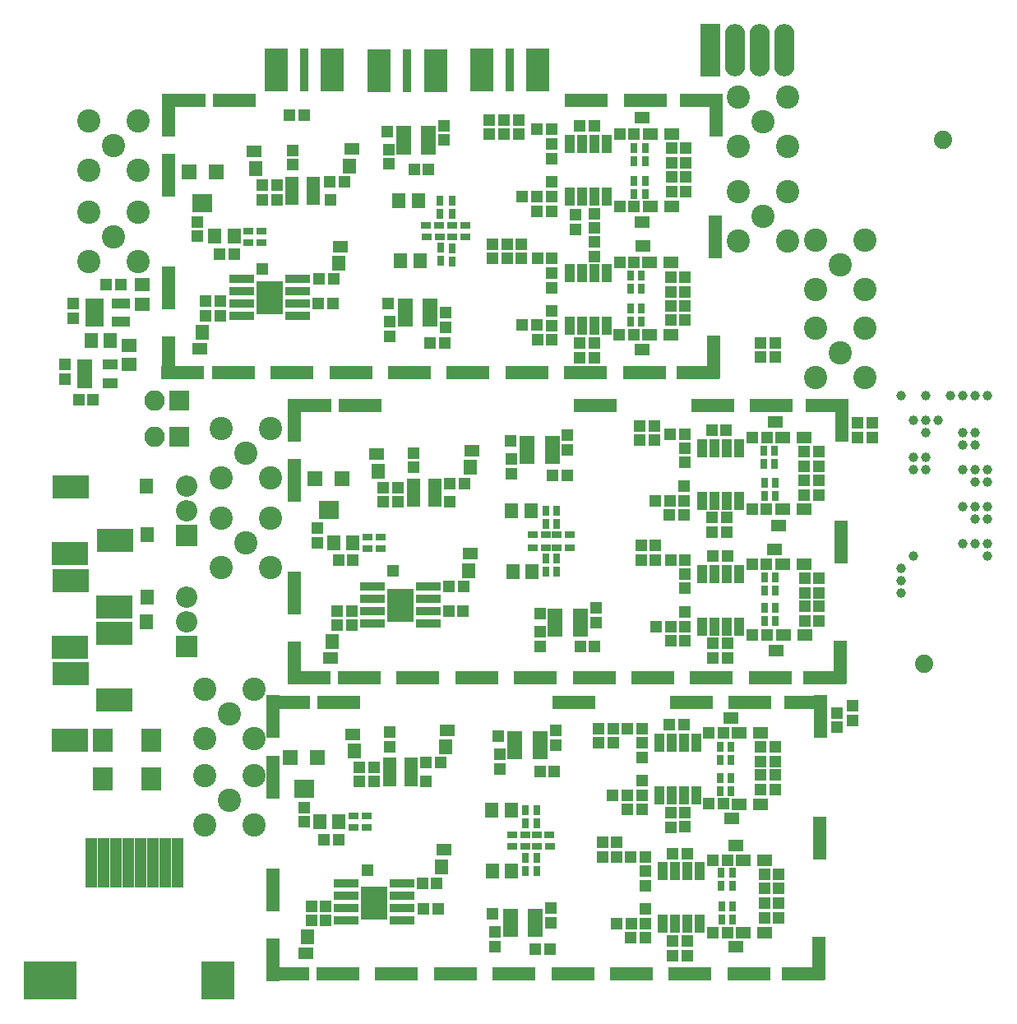
<source format=gbr>
G04 #@! TF.GenerationSoftware,KiCad,Pcbnew,(5.1.5-0-10_14)*
G04 #@! TF.CreationDate,2021-03-04T08:39:19-05:00*
G04 #@! TF.ProjectId,FEA,4645412e-6b69-4636-9164-5f7063625858,rev?*
G04 #@! TF.SameCoordinates,Original*
G04 #@! TF.FileFunction,Soldermask,Top*
G04 #@! TF.FilePolarity,Negative*
%FSLAX46Y46*%
G04 Gerber Fmt 4.6, Leading zero omitted, Abs format (unit mm)*
G04 Created by KiCad (PCBNEW (5.1.5-0-10_14)) date 2021-03-04 08:39:19*
%MOMM*%
%LPD*%
G04 APERTURE LIST*
%ADD10R,1.000000X1.950000*%
%ADD11R,1.460000X1.050000*%
%ADD12R,2.200000X2.200000*%
%ADD13O,2.200000X2.200000*%
%ADD14R,4.440000X1.400000*%
%ADD15R,1.400000X4.440000*%
%ADD16R,0.800000X1.060000*%
%ADD17C,1.880000*%
%ADD18C,1.000000*%
%ADD19O,2.100000X2.100000*%
%ADD20R,2.100000X2.100000*%
%ADD21R,2.000000X2.400000*%
%ADD22C,2.400000*%
%ADD23R,2.400000X4.400000*%
%ADD24R,0.850000X4.400000*%
%ADD25R,1.150000X1.200000*%
%ADD26R,1.200000X1.150000*%
%ADD27R,1.200000X1.200000*%
%ADD28R,1.620000X1.050000*%
%ADD29R,2.100000X5.400000*%
%ADD30O,2.100000X5.400000*%
%ADD31R,1.160000X5.150000*%
%ADD32R,3.400000X3.900000*%
%ADD33R,5.400000X3.900000*%
%ADD34R,1.650000X1.400000*%
%ADD35R,1.400000X1.650000*%
%ADD36R,1.960000X1.050000*%
%ADD37R,1.500000X1.000000*%
%ADD38R,3.790000X2.360000*%
%ADD39R,1.060000X0.800000*%
%ADD40R,1.600000X1.300000*%
%ADD41R,1.600000X1.600000*%
%ADD42R,2.000000X1.900000*%
%ADD43R,2.600000X0.900000*%
%ADD44R,2.800000X3.500000*%
G04 APERTURE END LIST*
D10*
X74445000Y-100550000D03*
X74445000Y-105950000D03*
X75715000Y-100550000D03*
X75715000Y-105950000D03*
X76985000Y-100550000D03*
X76985000Y-105950000D03*
X78255000Y-100550000D03*
X78255000Y-105950000D03*
D11*
X48100000Y-105350000D03*
X48100000Y-104400000D03*
X48100000Y-106300000D03*
X45900000Y-106300000D03*
X45900000Y-105350000D03*
X45900000Y-104400000D03*
D12*
X35000000Y-152250000D03*
D13*
X35000000Y-149710000D03*
X35000000Y-147170000D03*
X35000000Y-135770000D03*
X35000000Y-138310000D03*
D12*
X35000000Y-140850000D03*
D14*
X82140000Y-124045000D03*
X76095000Y-124045000D03*
X70050000Y-124045000D03*
X64005000Y-124045000D03*
X57960000Y-124045000D03*
X51915000Y-124045000D03*
X45870000Y-124045000D03*
X39825000Y-124045000D03*
X82240000Y-96075000D03*
X76195000Y-96075000D03*
D15*
X33125000Y-115375000D03*
X89475000Y-110075000D03*
D14*
X88025000Y-96075000D03*
D15*
X89525000Y-97575000D03*
D14*
X87725000Y-124075000D03*
D15*
X89325000Y-122475000D03*
X33125000Y-122575000D03*
D14*
X34625000Y-124075000D03*
X34725000Y-96075000D03*
D15*
X33125000Y-97575000D03*
X33125000Y-103775000D03*
D14*
X39925000Y-96075000D03*
D16*
X61100000Y-107750000D03*
X61100000Y-106400000D03*
X62350000Y-106400000D03*
X62350000Y-107750000D03*
D17*
X110925000Y-154025000D03*
X112925000Y-100125000D03*
D18*
X117515000Y-126425000D03*
X116245000Y-126425000D03*
X114975000Y-126425000D03*
X113705000Y-126425000D03*
X111165000Y-126425000D03*
X108625000Y-126425000D03*
X112435000Y-128965000D03*
X111165000Y-128965000D03*
X109895000Y-128965000D03*
X116245000Y-130235000D03*
X114975000Y-130235000D03*
X111165000Y-130235000D03*
X116245000Y-131505000D03*
X114975000Y-131505000D03*
X111165000Y-132775000D03*
X109895000Y-132775000D03*
X117515000Y-134045000D03*
X116245000Y-134045000D03*
X114975000Y-134045000D03*
X111165000Y-134045000D03*
X109895000Y-134045000D03*
X117515000Y-135315000D03*
X116245000Y-135315000D03*
X117515000Y-137855000D03*
X116245000Y-137855000D03*
X114975000Y-137855000D03*
X117515000Y-139125000D03*
X116245000Y-139125000D03*
X117515000Y-141665000D03*
X116245000Y-141665000D03*
X114975000Y-141665000D03*
X117515000Y-142935000D03*
X109895000Y-142935000D03*
X108625000Y-144205000D03*
X108625000Y-145475000D03*
X108625000Y-146745000D03*
D19*
X31680000Y-127000000D03*
D20*
X34220000Y-127000000D03*
X34220000Y-130700000D03*
D19*
X31680000Y-130700000D03*
D21*
X26425000Y-161900000D03*
X26425000Y-165900000D03*
D22*
X27450000Y-110100000D03*
X29990000Y-107560000D03*
X24910000Y-107560000D03*
X24910000Y-112640000D03*
X29990000Y-112640000D03*
X27450000Y-100700000D03*
X29990000Y-98160000D03*
X24910000Y-98160000D03*
X24910000Y-103240000D03*
X29990000Y-103240000D03*
D23*
X60640000Y-92980000D03*
D24*
X57740000Y-92980000D03*
D23*
X54840000Y-92980000D03*
X44225000Y-92950000D03*
D24*
X47125000Y-92950000D03*
D23*
X50025000Y-92950000D03*
D25*
X69200000Y-98050000D03*
X69200000Y-99550000D03*
D26*
X45600000Y-97600000D03*
X47100000Y-97600000D03*
D27*
X23370000Y-118450000D03*
D25*
X23370000Y-116950000D03*
D22*
X43670000Y-144120000D03*
X38590000Y-144120000D03*
X38590000Y-139040000D03*
X43670000Y-139040000D03*
X41130000Y-141580000D03*
X41130000Y-132380000D03*
X43670000Y-129840000D03*
X38590000Y-129840000D03*
X38590000Y-134920000D03*
X43670000Y-134920000D03*
X39395000Y-168125000D03*
X41935000Y-165585000D03*
X36855000Y-165585000D03*
X36855000Y-170665000D03*
X41935000Y-170665000D03*
X41935000Y-161715000D03*
X36855000Y-161715000D03*
X36855000Y-156635000D03*
X41935000Y-156635000D03*
X39395000Y-159175000D03*
X94410000Y-98230000D03*
X96950000Y-95690000D03*
X91870000Y-95690000D03*
X91870000Y-100770000D03*
X96950000Y-100770000D03*
X96930000Y-110510000D03*
X91850000Y-110510000D03*
X91850000Y-105430000D03*
X96930000Y-105430000D03*
X94390000Y-107970000D03*
X104910000Y-115540000D03*
X99830000Y-115540000D03*
X99830000Y-110460000D03*
X104910000Y-110460000D03*
X102370000Y-113000000D03*
X102320000Y-122050000D03*
X104860000Y-119510000D03*
X99780000Y-119510000D03*
X99780000Y-124590000D03*
X104860000Y-124590000D03*
D25*
X22525000Y-124745000D03*
X22525000Y-123245000D03*
D28*
X24515000Y-123250000D03*
X24515000Y-124200000D03*
X24515000Y-125150000D03*
X27135000Y-125150000D03*
X27135000Y-123250000D03*
D25*
X69450000Y-110850000D03*
X69450000Y-112350000D03*
D23*
X65400000Y-92950000D03*
D24*
X68300000Y-92950000D03*
D23*
X71200000Y-92950000D03*
D29*
X88920000Y-90900000D03*
D30*
X91460000Y-90900000D03*
X94000000Y-90900000D03*
X96540000Y-90900000D03*
D26*
X25400000Y-126850000D03*
X23900000Y-126850000D03*
D31*
X25195000Y-174525000D03*
X26465000Y-174525000D03*
X27735000Y-174525000D03*
X29005000Y-174525000D03*
X30275000Y-174525000D03*
X31545000Y-174525000D03*
X32815000Y-174525000D03*
X34085000Y-174525000D03*
D32*
X38245000Y-186625000D03*
D33*
X20995000Y-186675000D03*
D34*
X29120000Y-121250000D03*
X29120000Y-123250000D03*
X30470000Y-117050000D03*
X30470000Y-115050000D03*
D35*
X30900000Y-149700000D03*
X30950000Y-140800000D03*
X30950000Y-147200000D03*
X30900000Y-135800000D03*
D26*
X28220000Y-115000000D03*
X26720000Y-115000000D03*
D36*
X25570000Y-116950000D03*
X25570000Y-117900000D03*
X25570000Y-118850000D03*
X28270000Y-118850000D03*
X28270000Y-116950000D03*
D35*
X27170000Y-120800000D03*
X25170000Y-120800000D03*
D25*
X61700000Y-119400000D03*
X61700000Y-119400000D03*
X61700000Y-117900000D03*
X55900000Y-118850000D03*
X55900000Y-120350000D03*
X55900000Y-120350000D03*
X61550000Y-98650000D03*
X61550000Y-100150000D03*
X61550000Y-98650000D03*
X55850000Y-102600000D03*
X55850000Y-102600000D03*
X55850000Y-101100000D03*
D37*
X57500000Y-117900000D03*
X57500000Y-118850000D03*
X60100000Y-118850000D03*
X60100000Y-117900000D03*
X57500000Y-116950000D03*
X60100000Y-116950000D03*
X59950000Y-99200000D03*
X57350000Y-99200000D03*
X59950000Y-100150000D03*
X59950000Y-101100000D03*
X57350000Y-101100000D03*
X57350000Y-100150000D03*
D26*
X95650000Y-121000000D03*
X94150000Y-121000000D03*
X94150000Y-122500000D03*
X95650000Y-122500000D03*
D25*
X105600000Y-130750000D03*
X105600000Y-129250000D03*
X104100000Y-129250000D03*
X104100000Y-130750000D03*
X101950000Y-160600000D03*
X101950000Y-159100000D03*
X103600000Y-158400000D03*
X103600000Y-159900000D03*
D26*
X60100000Y-121000000D03*
X61600000Y-121000000D03*
X55750000Y-116950000D03*
X59950000Y-103150000D03*
X58450000Y-103150000D03*
X55700000Y-99250000D03*
D38*
X27550000Y-157750000D03*
X27600000Y-150900000D03*
X23000000Y-152350000D03*
X23050000Y-145500000D03*
X23050000Y-155050000D03*
X23000000Y-161900000D03*
X27650000Y-141350000D03*
X27600000Y-148200000D03*
X23050000Y-135850000D03*
X23000000Y-142700000D03*
D35*
X39900000Y-110050000D03*
X37900000Y-110050000D03*
X36600000Y-119900000D03*
X51750000Y-102800000D03*
D26*
X51250000Y-104450000D03*
X37000000Y-118250000D03*
X38500000Y-118250000D03*
X51250000Y-104450000D03*
X49750000Y-104450000D03*
X48650000Y-114450000D03*
X50150000Y-114450000D03*
X44300000Y-104800000D03*
X42800000Y-104800000D03*
X50150000Y-114450000D03*
X48650000Y-114450000D03*
X42800000Y-104800000D03*
D35*
X42100000Y-103100000D03*
X50650000Y-112850000D03*
D39*
X41400000Y-110700000D03*
X42750000Y-110700000D03*
X41400000Y-109550000D03*
X42750000Y-109550000D03*
D16*
X62350000Y-111300000D03*
X62350000Y-112650000D03*
X61200000Y-112600000D03*
X61200000Y-111250000D03*
D40*
X36400000Y-121600000D03*
X52000000Y-101050000D03*
X50850000Y-111100000D03*
X42000000Y-101300000D03*
D25*
X36100000Y-108550000D03*
X36100000Y-110050000D03*
D26*
X39900000Y-111850000D03*
X38400000Y-111850000D03*
X37000000Y-116750000D03*
X38500000Y-116750000D03*
X42800000Y-106300000D03*
X44300000Y-106300000D03*
D25*
X42850000Y-113400000D03*
D26*
X49800000Y-106300000D03*
X48600000Y-117000000D03*
X50100000Y-117000000D03*
D25*
X45950000Y-101200000D03*
X45950000Y-102700000D03*
D41*
X38050000Y-103380000D03*
X35250000Y-103380000D03*
D42*
X36650000Y-106620000D03*
D43*
X40725000Y-114450000D03*
X46475000Y-114450000D03*
X40725000Y-115720000D03*
X46475000Y-115720000D03*
X40725000Y-116990000D03*
X46475000Y-116990000D03*
X40725000Y-118260000D03*
X46475000Y-118260000D03*
D44*
X43600000Y-116400000D03*
D35*
X59050000Y-112600000D03*
X57050000Y-112600000D03*
D25*
X84950000Y-102500000D03*
X84950000Y-101000000D03*
X77000000Y-110600000D03*
X77000000Y-110600000D03*
X77000000Y-112100000D03*
X84900000Y-114250000D03*
X84900000Y-115750000D03*
X84950000Y-105450000D03*
X84950000Y-103950000D03*
X84900000Y-117200000D03*
X84900000Y-118700000D03*
X77000000Y-121050000D03*
X77000000Y-122550000D03*
X75500000Y-121050000D03*
X75500000Y-122550000D03*
D35*
X56900000Y-106400000D03*
X58900000Y-106400000D03*
D26*
X77000000Y-98650000D03*
X75500000Y-98650000D03*
D25*
X77000000Y-109200000D03*
X77000000Y-107700000D03*
X75100000Y-109350000D03*
X75100000Y-107850000D03*
D16*
X80700000Y-114100000D03*
X80700000Y-115450000D03*
X81800000Y-114100000D03*
X81800000Y-115450000D03*
X80700000Y-118850000D03*
X80700000Y-117500000D03*
X81800000Y-118850000D03*
X81800000Y-117500000D03*
X82300000Y-101000000D03*
X82300000Y-102350000D03*
X81100000Y-101000000D03*
X81100000Y-102350000D03*
X81100000Y-105700000D03*
X81100000Y-104350000D03*
X82250000Y-105700000D03*
X82250000Y-104350000D03*
D40*
X82750000Y-99500000D03*
X84950000Y-99500000D03*
X82000000Y-111050000D03*
X82700000Y-112750000D03*
X84900000Y-112750000D03*
X82750000Y-107000000D03*
X84950000Y-107000000D03*
X82700000Y-120200000D03*
X84900000Y-120200000D03*
X81900000Y-121700000D03*
X81950000Y-97800000D03*
X81900000Y-108550000D03*
D25*
X68000000Y-112350000D03*
X68000000Y-110850000D03*
X66550000Y-112350000D03*
X66550000Y-110850000D03*
X86450000Y-102500000D03*
X86450000Y-101000000D03*
D26*
X72650000Y-112350000D03*
X71150000Y-112350000D03*
D25*
X72650000Y-113850000D03*
X72650000Y-115350000D03*
D26*
X79600000Y-112750000D03*
X81100000Y-112750000D03*
D25*
X86350000Y-114250000D03*
X86350000Y-115750000D03*
X86450000Y-105450000D03*
X86450000Y-103950000D03*
D26*
X81050000Y-120200000D03*
X79550000Y-120200000D03*
D25*
X86350000Y-117200000D03*
X86350000Y-118700000D03*
X72650000Y-119250000D03*
X72650000Y-117750000D03*
D26*
X71150000Y-120700000D03*
X72650000Y-120700000D03*
X69600000Y-119150000D03*
X71100000Y-119150000D03*
D25*
X67700000Y-98050000D03*
X67700000Y-99550000D03*
X66150000Y-98050000D03*
X66150000Y-99550000D03*
D26*
X71100000Y-99000000D03*
X72600000Y-99000000D03*
D25*
X72600000Y-102050000D03*
X72600000Y-100550000D03*
D26*
X81100000Y-99500000D03*
X79600000Y-99500000D03*
X79600000Y-107000000D03*
X81100000Y-107000000D03*
D25*
X72600000Y-104450000D03*
X72600000Y-105950000D03*
D26*
X72600000Y-107450000D03*
X71100000Y-107450000D03*
X71100000Y-105950000D03*
X69600000Y-105950000D03*
D10*
X78255000Y-119250000D03*
X78255000Y-113850000D03*
X76985000Y-119250000D03*
X76985000Y-113850000D03*
X75715000Y-119250000D03*
X75715000Y-113850000D03*
X74445000Y-119250000D03*
X74445000Y-113850000D03*
D39*
X63700000Y-108950000D03*
X62350000Y-108950000D03*
X59700000Y-108950000D03*
X61050000Y-108950000D03*
X62350000Y-110150000D03*
X63700000Y-110150000D03*
X61100000Y-110150000D03*
X59750000Y-110150000D03*
D21*
X31350000Y-161900000D03*
X31350000Y-165900000D03*
D35*
X52150000Y-141600000D03*
X50150000Y-141600000D03*
X50000000Y-151750000D03*
X64200000Y-133800000D03*
D26*
X50500000Y-150100000D03*
X50500000Y-150100000D03*
X52000000Y-150100000D03*
X62150000Y-135500000D03*
X63650000Y-135500000D03*
X62050000Y-146100000D03*
X63550000Y-146100000D03*
X55250000Y-135900000D03*
X56750000Y-135900000D03*
D35*
X54750000Y-134250000D03*
X64050000Y-144450000D03*
X68600000Y-144600000D03*
X70600000Y-144600000D03*
X70500000Y-138300000D03*
X68500000Y-138300000D03*
D26*
X90600000Y-130000000D03*
X89100000Y-130000000D03*
X90600000Y-130000000D03*
D25*
X98600000Y-132250000D03*
X98600000Y-133750000D03*
D26*
X90700000Y-143000000D03*
X89200000Y-143000000D03*
D25*
X98650000Y-146750000D03*
X98650000Y-145250000D03*
X98600000Y-135200000D03*
X98600000Y-136700000D03*
X90650000Y-139000000D03*
X90650000Y-140500000D03*
X89150000Y-139000000D03*
X89150000Y-140500000D03*
X98650000Y-149650000D03*
X98650000Y-148150000D03*
X90700000Y-153450000D03*
X90700000Y-151950000D03*
X89200000Y-153450000D03*
X89200000Y-151950000D03*
X74250000Y-132050000D03*
X74250000Y-130550000D03*
X77150000Y-149800000D03*
X77150000Y-148300000D03*
X68500000Y-134500000D03*
X68500000Y-133000000D03*
X71400000Y-152250000D03*
X71400000Y-150750000D03*
D39*
X55000000Y-142200000D03*
X53650000Y-142200000D03*
X55000000Y-141000000D03*
X53650000Y-141000000D03*
X70650000Y-140800000D03*
X72000000Y-140800000D03*
D16*
X72000000Y-139650000D03*
X72000000Y-138300000D03*
D39*
X70650000Y-142100000D03*
X72000000Y-142100000D03*
D16*
X73150000Y-139650000D03*
X73150000Y-138300000D03*
X72000000Y-143250000D03*
X72000000Y-144600000D03*
D39*
X74500000Y-140800000D03*
X73150000Y-140800000D03*
D16*
X73150000Y-143250000D03*
X73150000Y-144600000D03*
D39*
X74500000Y-142100000D03*
X73150000Y-142100000D03*
D16*
X94450000Y-133450000D03*
X94450000Y-132100000D03*
X95550000Y-133450000D03*
X95550000Y-132100000D03*
X94500000Y-146500000D03*
X94500000Y-145150000D03*
X95650000Y-146500000D03*
X95650000Y-145150000D03*
X94500000Y-135450000D03*
X94500000Y-136800000D03*
X95650000Y-135450000D03*
X95650000Y-136800000D03*
X95650000Y-148300000D03*
X95650000Y-149650000D03*
X94500000Y-148300000D03*
X94500000Y-149650000D03*
D40*
X49800000Y-153500000D03*
X64400000Y-132100000D03*
X64250000Y-142700000D03*
X54550000Y-132500000D03*
X95600000Y-129200000D03*
X96400000Y-130750000D03*
X98600000Y-130750000D03*
X95550000Y-142300000D03*
X96400000Y-143800000D03*
X98600000Y-143800000D03*
X96400000Y-138150000D03*
X98600000Y-138150000D03*
X96000000Y-139850000D03*
X96450000Y-151100000D03*
X98650000Y-151100000D03*
X95750000Y-152700000D03*
D14*
X52900000Y-127500000D03*
D15*
X46100000Y-135200000D03*
X46100000Y-129000000D03*
D14*
X47700000Y-127500000D03*
X47600000Y-155500000D03*
D15*
X46100000Y-154000000D03*
X102300000Y-153900000D03*
D14*
X100700000Y-155500000D03*
D15*
X102500000Y-129000000D03*
D14*
X101000000Y-127500000D03*
D15*
X102450000Y-141500000D03*
X46100000Y-146800000D03*
D14*
X77080000Y-127500000D03*
X89170000Y-127500000D03*
X95215000Y-127500000D03*
X52800000Y-155470000D03*
X58845000Y-155470000D03*
X64890000Y-155470000D03*
X70935000Y-155470000D03*
X76980000Y-155470000D03*
X83025000Y-155470000D03*
X89070000Y-155470000D03*
X95115000Y-155470000D03*
D25*
X48500000Y-140100000D03*
X48500000Y-141600000D03*
D26*
X52150000Y-143350000D03*
X50650000Y-143350000D03*
X50500000Y-148650000D03*
X52000000Y-148650000D03*
X56750000Y-137400000D03*
X55250000Y-137400000D03*
D25*
X56300000Y-144500000D03*
D26*
X62150000Y-137400000D03*
X62000000Y-148650000D03*
X63500000Y-148650000D03*
D25*
X58400000Y-133850000D03*
X58400000Y-132350000D03*
X81700000Y-131050000D03*
X81700000Y-129550000D03*
X83200000Y-131050000D03*
X83200000Y-129550000D03*
D26*
X86300000Y-130400000D03*
X84800000Y-130400000D03*
D25*
X86300000Y-131850000D03*
X86300000Y-133350000D03*
X81800000Y-141850000D03*
X81800000Y-143350000D03*
X83250000Y-141850000D03*
X83250000Y-143350000D03*
D26*
X93300000Y-130750000D03*
X94800000Y-130750000D03*
D25*
X100100000Y-132250000D03*
X100100000Y-133750000D03*
D26*
X84850000Y-143350000D03*
X86350000Y-143350000D03*
D25*
X86350000Y-146300000D03*
X86350000Y-144800000D03*
D26*
X94750000Y-143800000D03*
X93250000Y-143800000D03*
D25*
X100100000Y-146750000D03*
X100100000Y-145250000D03*
D26*
X94750000Y-138150000D03*
X93250000Y-138150000D03*
D25*
X100100000Y-135200000D03*
X100100000Y-136700000D03*
X86250000Y-137250000D03*
X86250000Y-135750000D03*
D26*
X84750000Y-138700000D03*
X86250000Y-138700000D03*
X83300000Y-137250000D03*
X84800000Y-137250000D03*
X93300000Y-151100000D03*
X94800000Y-151100000D03*
D25*
X100100000Y-149650000D03*
X100100000Y-148150000D03*
X86350000Y-148700000D03*
X86350000Y-150200000D03*
D26*
X86350000Y-151650000D03*
X84850000Y-151650000D03*
X84900000Y-150200000D03*
X83400000Y-150200000D03*
X72700000Y-134700000D03*
X74200000Y-134700000D03*
X75550000Y-152300000D03*
X77050000Y-152300000D03*
X68350000Y-131100000D03*
X71450000Y-148850000D03*
D41*
X51050000Y-134960000D03*
X48250000Y-134960000D03*
D42*
X49650000Y-138200000D03*
D43*
X54175000Y-146100000D03*
X59925000Y-146100000D03*
X54175000Y-147370000D03*
X59925000Y-147370000D03*
X54175000Y-148640000D03*
X59925000Y-148640000D03*
X54175000Y-149910000D03*
X59925000Y-149910000D03*
D44*
X57050000Y-148050000D03*
D11*
X58400000Y-135500000D03*
X58400000Y-136450000D03*
X58400000Y-137400000D03*
X60600000Y-137400000D03*
X60600000Y-135500000D03*
X60600000Y-136450000D03*
D10*
X88095000Y-131850000D03*
X88095000Y-137250000D03*
X89365000Y-131850000D03*
X89365000Y-137250000D03*
X90635000Y-131850000D03*
X90635000Y-137250000D03*
X91905000Y-131850000D03*
X91905000Y-137250000D03*
X91955000Y-150200000D03*
X91955000Y-144800000D03*
X90685000Y-150200000D03*
X90685000Y-144800000D03*
X89415000Y-150200000D03*
X89415000Y-144800000D03*
X88145000Y-150200000D03*
X88145000Y-144800000D03*
D37*
X70100000Y-132050000D03*
X70100000Y-133000000D03*
X72700000Y-133000000D03*
X72700000Y-132050000D03*
X70100000Y-131100000D03*
X72700000Y-131100000D03*
X75550000Y-148850000D03*
X72950000Y-148850000D03*
X75550000Y-149800000D03*
X75550000Y-150750000D03*
X72950000Y-150750000D03*
X72950000Y-149800000D03*
D35*
X50700000Y-170350000D03*
X48700000Y-170350000D03*
X47500000Y-182150000D03*
X61700000Y-162600000D03*
D26*
X59700000Y-164250000D03*
X61200000Y-164250000D03*
X47850000Y-180500000D03*
X49350000Y-180500000D03*
X59700000Y-164250000D03*
X61200000Y-164250000D03*
X59300000Y-176650000D03*
X60800000Y-176650000D03*
X52800000Y-164700000D03*
X54300000Y-164700000D03*
X60800000Y-176650000D03*
X59300000Y-176650000D03*
D35*
X52300000Y-163050000D03*
X61300000Y-174950000D03*
X66500000Y-175350000D03*
X68500000Y-175350000D03*
X68450000Y-169150000D03*
X66450000Y-169150000D03*
D26*
X84750000Y-160350000D03*
X86250000Y-160350000D03*
D25*
X94150000Y-162600000D03*
X94150000Y-164100000D03*
D26*
X86600000Y-173600000D03*
X85100000Y-173600000D03*
D25*
X94550000Y-177200000D03*
X94550000Y-175700000D03*
X94150000Y-165500000D03*
X94150000Y-167000000D03*
X86300000Y-169350000D03*
X86300000Y-170850000D03*
X84850000Y-169400000D03*
X84850000Y-170900000D03*
X86300000Y-169350000D03*
X94550000Y-180200000D03*
X94550000Y-178700000D03*
X86550000Y-184100000D03*
X86550000Y-182600000D03*
X85050000Y-184100000D03*
X85050000Y-182600000D03*
X73000000Y-160950000D03*
X73000000Y-162450000D03*
X72550000Y-179200000D03*
X72550000Y-180700000D03*
X67250000Y-163400000D03*
X67250000Y-164900000D03*
X66800000Y-181650000D03*
X66800000Y-183150000D03*
D39*
X52200000Y-170900000D03*
X53550000Y-170900000D03*
X52200000Y-169700000D03*
X53550000Y-169700000D03*
X72400000Y-171700000D03*
X71050000Y-171700000D03*
D16*
X71050000Y-170500000D03*
X71050000Y-169150000D03*
D39*
X68550000Y-172850000D03*
X69900000Y-172850000D03*
D16*
X69900000Y-170500000D03*
X69900000Y-169150000D03*
X69900000Y-174000000D03*
X69900000Y-175350000D03*
D39*
X68550000Y-171700000D03*
X69900000Y-171700000D03*
D16*
X71100000Y-174000000D03*
X71100000Y-175350000D03*
D39*
X72450000Y-172850000D03*
X71100000Y-172850000D03*
D16*
X91100000Y-163950000D03*
X91100000Y-162600000D03*
X90000000Y-163950000D03*
X90000000Y-162600000D03*
X90050000Y-175550000D03*
X90050000Y-176900000D03*
X91200000Y-175550000D03*
X91200000Y-176900000D03*
X89950000Y-165800000D03*
X89950000Y-167150000D03*
X91050000Y-165800000D03*
X91050000Y-167150000D03*
X91250000Y-179000000D03*
X91250000Y-180350000D03*
X90150000Y-179000000D03*
X90150000Y-180350000D03*
D40*
X47300000Y-183850000D03*
X61850000Y-160900000D03*
X61500000Y-173200000D03*
X52100000Y-161300000D03*
X91100000Y-159650000D03*
X91900000Y-161150000D03*
X94100000Y-161150000D03*
X91600000Y-172750000D03*
X92350000Y-174250000D03*
X94550000Y-174250000D03*
X91950000Y-168500000D03*
X94150000Y-168500000D03*
X91150000Y-170000000D03*
X92300000Y-181700000D03*
X94500000Y-181700000D03*
X91550000Y-183200000D03*
D14*
X50700000Y-158000000D03*
D15*
X43900000Y-165700000D03*
X43900000Y-159500000D03*
D14*
X45500000Y-158000000D03*
X45400000Y-186000000D03*
D15*
X43900000Y-184500000D03*
X100100000Y-184400000D03*
D14*
X98500000Y-186000000D03*
D15*
X100300000Y-159500000D03*
D14*
X98800000Y-158000000D03*
D15*
X100250000Y-172000000D03*
X43900000Y-177300000D03*
D14*
X74880000Y-158000000D03*
X86970000Y-158000000D03*
X93015000Y-158000000D03*
X50600000Y-185970000D03*
X56645000Y-185970000D03*
X62690000Y-185970000D03*
X68735000Y-185970000D03*
X74780000Y-185970000D03*
X80825000Y-185970000D03*
X86870000Y-185970000D03*
X92915000Y-185970000D03*
D25*
X47100000Y-168850000D03*
X47100000Y-170350000D03*
D26*
X50650000Y-172150000D03*
X49150000Y-172150000D03*
X47850000Y-179000000D03*
X49350000Y-179000000D03*
X54300000Y-166150000D03*
X52800000Y-166150000D03*
D25*
X53650000Y-175300000D03*
D26*
X59650000Y-166150000D03*
X59400000Y-179250000D03*
X60900000Y-179250000D03*
D25*
X55900000Y-162600000D03*
X55900000Y-161100000D03*
X77450000Y-160700000D03*
X77450000Y-162200000D03*
X78950000Y-160700000D03*
X78950000Y-162200000D03*
D26*
X81900000Y-160700000D03*
X80400000Y-160700000D03*
D25*
X81900000Y-162200000D03*
X81900000Y-163700000D03*
X77850000Y-172450000D03*
X77850000Y-173950000D03*
X79300000Y-172450000D03*
X79300000Y-173950000D03*
D26*
X88800000Y-161150000D03*
X90300000Y-161150000D03*
D25*
X95600000Y-162600000D03*
X95600000Y-164100000D03*
D26*
X80750000Y-173950000D03*
X82250000Y-173950000D03*
D25*
X82250000Y-176900000D03*
X82250000Y-175400000D03*
D26*
X90700000Y-174250000D03*
X89200000Y-174250000D03*
D25*
X96000000Y-177200000D03*
X96000000Y-175700000D03*
D26*
X90300000Y-168450000D03*
X88800000Y-168450000D03*
D25*
X95600000Y-165500000D03*
X95600000Y-167000000D03*
X81900000Y-167600000D03*
X81900000Y-166100000D03*
D26*
X80400000Y-169050000D03*
X81900000Y-169050000D03*
X78900000Y-167600000D03*
X80400000Y-167600000D03*
X89200000Y-181700000D03*
X90700000Y-181700000D03*
D25*
X96000000Y-180200000D03*
X96000000Y-178700000D03*
X82250000Y-179300000D03*
X82250000Y-180800000D03*
D26*
X82250000Y-182250000D03*
X80750000Y-182250000D03*
X80800000Y-180800000D03*
X79300000Y-180800000D03*
X71400000Y-165150000D03*
X72900000Y-165150000D03*
X70950000Y-183450000D03*
X72450000Y-183450000D03*
X67100000Y-161500000D03*
X66550000Y-179750000D03*
D41*
X48500000Y-163710000D03*
X45700000Y-163710000D03*
D42*
X47100000Y-166950000D03*
D43*
X51475000Y-176700000D03*
X57225000Y-176700000D03*
X51475000Y-177970000D03*
X57225000Y-177970000D03*
X51475000Y-179240000D03*
X57225000Y-179240000D03*
X51475000Y-180510000D03*
X57225000Y-180510000D03*
D44*
X54350000Y-178650000D03*
D11*
X55900000Y-164250000D03*
X55900000Y-165200000D03*
X55900000Y-166150000D03*
X58100000Y-166150000D03*
X58100000Y-164250000D03*
X58100000Y-165200000D03*
D10*
X87505000Y-167600000D03*
X87505000Y-162200000D03*
X86235000Y-167600000D03*
X86235000Y-162200000D03*
X84965000Y-167600000D03*
X84965000Y-162200000D03*
X83695000Y-167600000D03*
X83695000Y-162200000D03*
X84045000Y-175400000D03*
X84045000Y-180800000D03*
X85315000Y-175400000D03*
X85315000Y-180800000D03*
X86585000Y-175400000D03*
X86585000Y-180800000D03*
X87855000Y-175400000D03*
X87855000Y-180800000D03*
D37*
X71400000Y-161500000D03*
X68800000Y-161500000D03*
X71400000Y-162450000D03*
X71400000Y-163400000D03*
X68800000Y-163400000D03*
X68800000Y-162450000D03*
X68350000Y-180700000D03*
X68350000Y-181650000D03*
X70950000Y-181650000D03*
X70950000Y-180700000D03*
X68350000Y-179750000D03*
X70950000Y-179750000D03*
M02*

</source>
